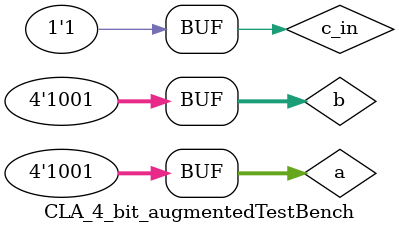
<source format=v>
`timescale 1ns / 1ps


/*
# ---------------------------------------------------------
    # COMPUTER ORGANIZATION LABORATORY
    # AUTUMN SEMESTER 2022
    # Assignment 3
    # Problem 2
    # Group No. 60
    # Abhay Kumar Keshari 20CS10001
    # Hardik Soni 20CS30023
# ---------------------------------------------------------
*/


module CLA_4_bit_augmentedTestBench;

	// Inputs
	reg [3:0] a;
	reg [3:0] b;
	reg c_in;

	// Outputs
	wire [3:0] s;
	wire p;
	wire g;

	// Instantiate the Unit Under Test (UUT)
	CLA_4_bit_augmented uut (
		.a(a), 
		.b(b), 
		.c_in(c_in), 
		.s(s), 
		.p(p), 
		.g(g)
	);

	initial begin
		$monitor("@ %d, a = %d, b = %d, c_in = %d, s = %d, p = %d, g = %d", $time, a, b, c_in, s, p, g);
		// Initialize Testcases
		a = 4'b0100; b = 4'b0100; c_in = 1'b0;
		#100;
		a = 4'b1010; b = 4'b1001; c_in = 1'b1;
		#100;
		a = 4'b1100; b = 4'b1001; c_in = 1'b0;
		#100;
		a = 4'b1001; b = 4'b1001; c_in = 1'b1;
		#100;
	end
      
endmodule


</source>
